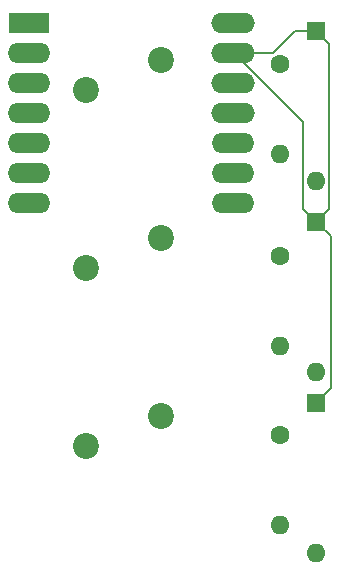
<source format=gbr>
%TF.GenerationSoftware,KiCad,Pcbnew,8.0.6*%
%TF.CreationDate,2024-10-22T00:24:14-04:00*%
%TF.ProjectId,Hackpad,4861636b-7061-4642-9e6b-696361645f70,rev?*%
%TF.SameCoordinates,Original*%
%TF.FileFunction,Copper,L1,Top*%
%TF.FilePolarity,Positive*%
%FSLAX46Y46*%
G04 Gerber Fmt 4.6, Leading zero omitted, Abs format (unit mm)*
G04 Created by KiCad (PCBNEW 8.0.6) date 2024-10-22 00:24:14*
%MOMM*%
%LPD*%
G01*
G04 APERTURE LIST*
%TA.AperFunction,ComponentPad*%
%ADD10O,3.700000X1.700000*%
%TD*%
%TA.AperFunction,ComponentPad*%
%ADD11O,3.600000X1.700000*%
%TD*%
%TA.AperFunction,ComponentPad*%
%ADD12R,3.500000X1.700000*%
%TD*%
%TA.AperFunction,ComponentPad*%
%ADD13C,2.200000*%
%TD*%
%TA.AperFunction,ComponentPad*%
%ADD14O,1.600000X1.600000*%
%TD*%
%TA.AperFunction,ComponentPad*%
%ADD15C,1.600000*%
%TD*%
%TA.AperFunction,ComponentPad*%
%ADD16R,1.600000X1.600000*%
%TD*%
%TA.AperFunction,Conductor*%
%ADD17C,0.200000*%
%TD*%
G04 APERTURE END LIST*
D10*
%TO.P,U1,14,5V*%
%TO.N,unconnected-(U1-5V-Pad14)*%
X107750000Y-68000000D03*
%TO.P,U1,13,GND*%
%TO.N,GND*%
X107750000Y-70540000D03*
%TO.P,U1,12,3V3*%
%TO.N,unconnected-(U1-3V3-Pad12)*%
X107750000Y-73080000D03*
%TO.P,U1,11,PA6_A10_D10_MOSI*%
%TO.N,Net-(U1-PA6_A10_D10_MOSI)*%
X107750000Y-75620000D03*
D11*
%TO.P,U1,10,PA5_A9_D9_MISO*%
%TO.N,Net-(U1-PA5_A9_D9_MISO)*%
X107750000Y-78160000D03*
%TO.P,U1,9,PA7_A8_D8_SCK*%
%TO.N,Net-(U1-PA7_A8_D8_SCK)*%
X107750000Y-80700000D03*
%TO.P,U1,8,PB09_A7_D7_RX*%
%TO.N,unconnected-(U1-PB09_A7_D7_RX-Pad8)*%
X107750000Y-83240000D03*
%TO.P,U1,7,PB08_A6_D6_TX*%
%TO.N,unconnected-(U1-PB08_A6_D6_TX-Pad7)*%
X90500000Y-83240000D03*
%TO.P,U1,6,PA9_A5_D5_SCL*%
%TO.N,unconnected-(U1-PA9_A5_D5_SCL-Pad6)*%
X90500000Y-80700000D03*
%TO.P,U1,5,PA8_A4_D4_SDA*%
%TO.N,unconnected-(U1-PA8_A4_D4_SDA-Pad5)*%
X90500000Y-78160000D03*
%TO.P,U1,4,PA11_A3_D3*%
%TO.N,unconnected-(U1-PA11_A3_D3-Pad4)*%
X90500000Y-75620000D03*
%TO.P,U1,3,PA10_A2_D2*%
%TO.N,unconnected-(U1-PA10_A2_D2-Pad3)*%
X90500000Y-73080000D03*
%TO.P,U1,2,PA4_A1_D1*%
%TO.N,unconnected-(U1-PA4_A1_D1-Pad2)*%
X90500000Y-70540000D03*
D12*
%TO.P,U1,1,PA02_A0_D0*%
%TO.N,unconnected-(U1-PA02_A0_D0-Pad1)*%
X90500000Y-68000000D03*
%TD*%
D13*
%TO.P,SW3,2,2*%
%TO.N,Net-(D4-A)*%
X95266000Y-103817470D03*
%TO.P,SW3,1,1*%
%TO.N,Net-(R2-Pad2)*%
X101616000Y-101277470D03*
%TD*%
%TO.P,SW2,2,2*%
%TO.N,Net-(D5-A)*%
X95266000Y-88727470D03*
%TO.P,SW2,1,1*%
%TO.N,Net-(R3-Pad2)*%
X101616000Y-86187470D03*
%TD*%
%TO.P,SW1,2,2*%
%TO.N,Net-(D1-A)*%
X95266000Y-73637470D03*
%TO.P,SW1,1,1*%
%TO.N,Net-(R1-Pad1)*%
X101616000Y-71097470D03*
%TD*%
D14*
%TO.P,R3,2*%
%TO.N,Net-(R3-Pad2)*%
X111750000Y-95310000D03*
D15*
%TO.P,R3,1*%
%TO.N,Net-(U1-PA5_A9_D9_MISO)*%
X111750000Y-87690000D03*
%TD*%
%TO.P,R2,1*%
%TO.N,Net-(U1-PA7_A8_D8_SCK)*%
X111750000Y-102880000D03*
D14*
%TO.P,R2,2*%
%TO.N,Net-(R2-Pad2)*%
X111750000Y-110500000D03*
%TD*%
D15*
%TO.P,R1,1*%
%TO.N,Net-(R1-Pad1)*%
X111750000Y-71440000D03*
D14*
%TO.P,R1,2*%
%TO.N,Net-(U1-PA6_A10_D10_MOSI)*%
X111750000Y-79060000D03*
%TD*%
D16*
%TO.P,D5,1,K*%
%TO.N,GND*%
X114750000Y-84800000D03*
D14*
%TO.P,D5,2,A*%
%TO.N,Net-(D5-A)*%
X114750000Y-97500000D03*
%TD*%
D16*
%TO.P,D4,1,K*%
%TO.N,GND*%
X114750000Y-100150000D03*
D14*
%TO.P,D4,2,A*%
%TO.N,Net-(D4-A)*%
X114750000Y-112850000D03*
%TD*%
D16*
%TO.P,D1,1,K*%
%TO.N,GND*%
X114750000Y-68650000D03*
D14*
%TO.P,D1,2,A*%
%TO.N,Net-(D1-A)*%
X114750000Y-81350000D03*
%TD*%
D17*
%TO.N,GND*%
X116000000Y-98900000D02*
X116000000Y-86050000D01*
X114750000Y-100150000D02*
X116000000Y-98900000D01*
X116000000Y-86050000D02*
X114750000Y-84800000D01*
X113650000Y-83700000D02*
X114750000Y-84800000D01*
X107836346Y-70540000D02*
X113650000Y-76353654D01*
X113650000Y-76353654D02*
X113650000Y-83700000D01*
X106750000Y-70540000D02*
X107836346Y-70540000D01*
X115850000Y-83700000D02*
X114750000Y-84800000D01*
X115850000Y-69750000D02*
X115850000Y-83700000D01*
X114750000Y-68650000D02*
X115850000Y-69750000D01*
X112984365Y-68650000D02*
X114750000Y-68650000D01*
X111094365Y-70540000D02*
X112984365Y-68650000D01*
X106750000Y-70540000D02*
X111094365Y-70540000D01*
%TD*%
M02*

</source>
